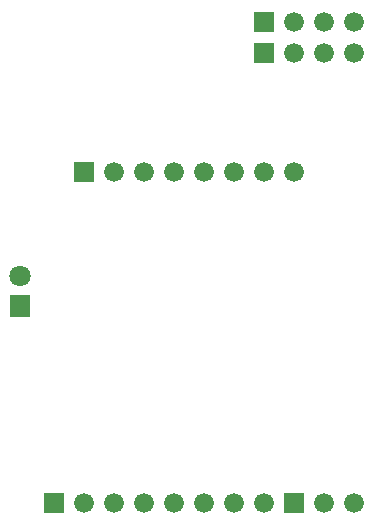
<source format=gbs>
G04 Layer: BottomSolderMaskLayer*
G04 Panelize: , Column: 5, Row: 1, Board Size: 33mm x 44.75mm, Panelized Board Size: 173mm x 44.75mm*
G04 EasyEDA v6.5.51, 2025-08-29 13:19:12*
G04 ee4e1d7ef05e477ab0e75e15892c94f3,14c8f2514d444a3a831de9b613ea4171,10*
G04 Gerber Generator version 0.2*
G04 Scale: 100 percent, Rotated: No, Reflected: No *
G04 Dimensions in millimeters *
G04 leading zeros omitted , absolute positions ,4 integer and 5 decimal *
%FSLAX45Y45*%
%MOMM*%

%AMMACRO1*4,1,8,-0.8085,-0.8382,-0.8382,-0.8084,-0.8382,0.8085,-0.8085,0.8382,0.8084,0.8382,0.8382,0.8085,0.8382,-0.8084,0.8084,-0.8382,-0.8085,-0.8382,0*%
%AMMACRO2*4,1,8,-0.8085,-0.9008,-0.8382,-0.871,-0.8382,0.8711,-0.8085,0.9008,0.8084,0.9008,0.8382,0.8711,0.8382,-0.871,0.8084,-0.9008,-0.8085,-0.9008,0*%
%ADD10MACRO1*%
%ADD11C,1.6764*%
%ADD12MACRO2*%
%ADD13C,1.8016*%
%ADD14C,0.0168*%

%LPD*%
D10*
G01*
X2253995Y329996D03*
D11*
G01*
X2507995Y329996D03*
G01*
X2761995Y329996D03*
G01*
X3015995Y329996D03*
D10*
G01*
X2253995Y585000D03*
D11*
G01*
X2507995Y584987D03*
G01*
X2761995Y584987D03*
G01*
X3015995Y584987D03*
D10*
G01*
X734059Y-685098D03*
D11*
G01*
X988060Y-685088D03*
G01*
X1242060Y-685088D03*
G01*
X1496060Y-685088D03*
G01*
X1750060Y-685088D03*
G01*
X2004059Y-685088D03*
G01*
X2258059Y-685088D03*
G01*
X2512059Y-685088D03*
G01*
X3013963Y-3479774D03*
G01*
X2759963Y-3479774D03*
D10*
G01*
X2505963Y-3479784D03*
D12*
G01*
X184911Y-1817114D03*
D13*
G01*
X184912Y-1563115D03*
D10*
G01*
X473997Y-3479995D03*
D11*
G01*
X727989Y-3479977D03*
G01*
X981989Y-3479977D03*
G01*
X1235989Y-3479977D03*
G01*
X1489989Y-3479977D03*
G01*
X1743989Y-3479977D03*
G01*
X1997989Y-3479977D03*
G01*
X2251989Y-3479977D03*
M02*

</source>
